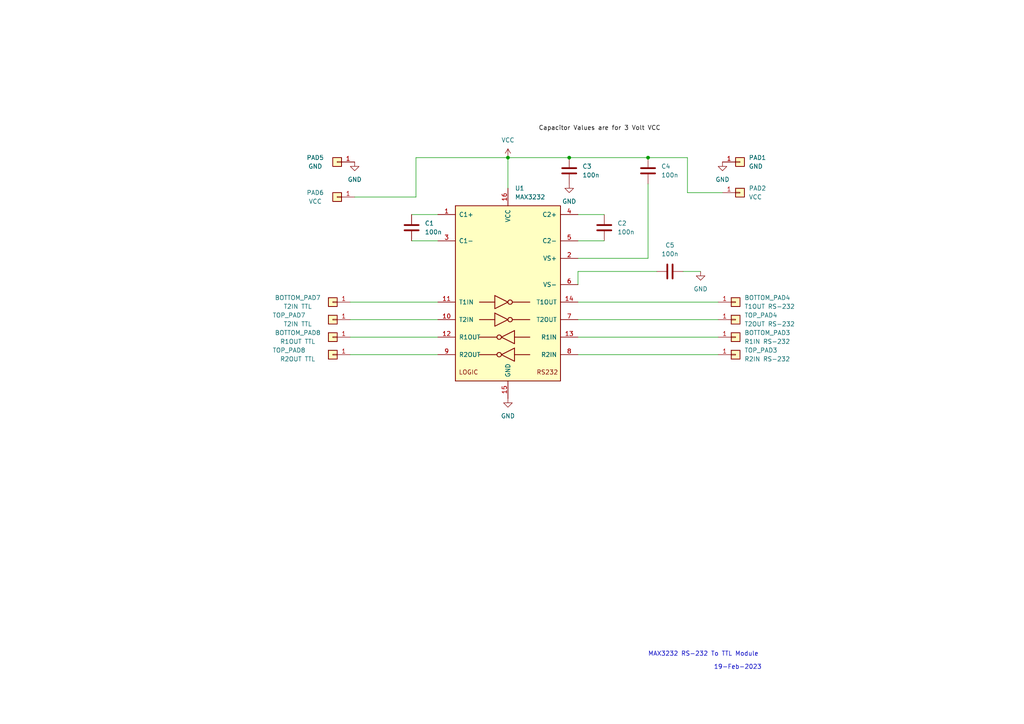
<source format=kicad_sch>
(kicad_sch (version 20211123) (generator eeschema)

  (uuid 27b614b7-651b-41ea-a90e-ca89e3f1a67d)

  (paper "A4")

  (lib_symbols
    (symbol "Connector_Generic:Conn_01x01" (pin_names (offset 1.016) hide) (in_bom yes) (on_board yes)
      (property "Reference" "J" (id 0) (at 0 2.54 0)
        (effects (font (size 1.27 1.27)))
      )
      (property "Value" "Conn_01x01" (id 1) (at 0 -2.54 0)
        (effects (font (size 1.27 1.27)))
      )
      (property "Footprint" "" (id 2) (at 0 0 0)
        (effects (font (size 1.27 1.27)) hide)
      )
      (property "Datasheet" "~" (id 3) (at 0 0 0)
        (effects (font (size 1.27 1.27)) hide)
      )
      (property "ki_keywords" "connector" (id 4) (at 0 0 0)
        (effects (font (size 1.27 1.27)) hide)
      )
      (property "ki_description" "Generic connector, single row, 01x01, script generated (kicad-library-utils/schlib/autogen/connector/)" (id 5) (at 0 0 0)
        (effects (font (size 1.27 1.27)) hide)
      )
      (property "ki_fp_filters" "Connector*:*_1x??_*" (id 6) (at 0 0 0)
        (effects (font (size 1.27 1.27)) hide)
      )
      (symbol "Conn_01x01_1_1"
        (rectangle (start -1.27 0.127) (end 0 -0.127)
          (stroke (width 0.1524) (type default) (color 0 0 0 0))
          (fill (type none))
        )
        (rectangle (start -1.27 1.27) (end 1.27 -1.27)
          (stroke (width 0.254) (type default) (color 0 0 0 0))
          (fill (type background))
        )
        (pin passive line (at -5.08 0 0) (length 3.81)
          (name "Pin_1" (effects (font (size 1.27 1.27))))
          (number "1" (effects (font (size 1.27 1.27))))
        )
      )
    )
    (symbol "Device:C" (pin_numbers hide) (pin_names (offset 0.254)) (in_bom yes) (on_board yes)
      (property "Reference" "C" (id 0) (at 0.635 2.54 0)
        (effects (font (size 1.27 1.27)) (justify left))
      )
      (property "Value" "C" (id 1) (at 0.635 -2.54 0)
        (effects (font (size 1.27 1.27)) (justify left))
      )
      (property "Footprint" "" (id 2) (at 0.9652 -3.81 0)
        (effects (font (size 1.27 1.27)) hide)
      )
      (property "Datasheet" "~" (id 3) (at 0 0 0)
        (effects (font (size 1.27 1.27)) hide)
      )
      (property "ki_keywords" "cap capacitor" (id 4) (at 0 0 0)
        (effects (font (size 1.27 1.27)) hide)
      )
      (property "ki_description" "Unpolarized capacitor" (id 5) (at 0 0 0)
        (effects (font (size 1.27 1.27)) hide)
      )
      (property "ki_fp_filters" "C_*" (id 6) (at 0 0 0)
        (effects (font (size 1.27 1.27)) hide)
      )
      (symbol "C_0_1"
        (polyline
          (pts
            (xy -2.032 -0.762)
            (xy 2.032 -0.762)
          )
          (stroke (width 0.508) (type default) (color 0 0 0 0))
          (fill (type none))
        )
        (polyline
          (pts
            (xy -2.032 0.762)
            (xy 2.032 0.762)
          )
          (stroke (width 0.508) (type default) (color 0 0 0 0))
          (fill (type none))
        )
      )
      (symbol "C_1_1"
        (pin passive line (at 0 3.81 270) (length 2.794)
          (name "~" (effects (font (size 1.27 1.27))))
          (number "1" (effects (font (size 1.27 1.27))))
        )
        (pin passive line (at 0 -3.81 90) (length 2.794)
          (name "~" (effects (font (size 1.27 1.27))))
          (number "2" (effects (font (size 1.27 1.27))))
        )
      )
    )
    (symbol "Interface_UART:MAX3232" (pin_names (offset 1.016)) (in_bom yes) (on_board yes)
      (property "Reference" "U" (id 0) (at -2.54 28.575 0)
        (effects (font (size 1.27 1.27)) (justify right))
      )
      (property "Value" "MAX3232" (id 1) (at -2.54 26.67 0)
        (effects (font (size 1.27 1.27)) (justify right))
      )
      (property "Footprint" "" (id 2) (at 1.27 -26.67 0)
        (effects (font (size 1.27 1.27)) (justify left) hide)
      )
      (property "Datasheet" "https://datasheets.maximintegrated.com/en/ds/MAX3222-MAX3241.pdf" (id 3) (at 0 2.54 0)
        (effects (font (size 1.27 1.27)) hide)
      )
      (property "ki_keywords" "rs232 uart transceiver line-driver" (id 4) (at 0 0 0)
        (effects (font (size 1.27 1.27)) hide)
      )
      (property "ki_description" "3.0V to 5.5V, Low-Power, up to 1Mbps, True RS-232 Transceivers Using Four 0.1μF External Capacitors" (id 5) (at 0 0 0)
        (effects (font (size 1.27 1.27)) hide)
      )
      (property "ki_fp_filters" "SOIC*P1.27mm* DIP*W7.62mm* TSSOP*4.4x5mm*P0.65mm*" (id 6) (at 0 0 0)
        (effects (font (size 1.27 1.27)) hide)
      )
      (symbol "MAX3232_0_0"
        (text "LOGIC" (at -11.43 -22.86 0)
          (effects (font (size 1.27 1.27)))
        )
        (text "RS232" (at 11.43 -22.86 0)
          (effects (font (size 1.27 1.27)))
        )
      )
      (symbol "MAX3232_0_1"
        (rectangle (start -15.24 -25.4) (end 15.24 25.4)
          (stroke (width 0.254) (type default) (color 0 0 0 0))
          (fill (type background))
        )
        (circle (center -2.54 -17.78) (radius 0.635)
          (stroke (width 0.254) (type default) (color 0 0 0 0))
          (fill (type none))
        )
        (circle (center -2.54 -12.7) (radius 0.635)
          (stroke (width 0.254) (type default) (color 0 0 0 0))
          (fill (type none))
        )
        (polyline
          (pts
            (xy -3.81 -7.62)
            (xy -8.255 -7.62)
          )
          (stroke (width 0.254) (type default) (color 0 0 0 0))
          (fill (type none))
        )
        (polyline
          (pts
            (xy -3.81 -2.54)
            (xy -8.255 -2.54)
          )
          (stroke (width 0.254) (type default) (color 0 0 0 0))
          (fill (type none))
        )
        (polyline
          (pts
            (xy -3.175 -17.78)
            (xy -8.255 -17.78)
          )
          (stroke (width 0.254) (type default) (color 0 0 0 0))
          (fill (type none))
        )
        (polyline
          (pts
            (xy -3.175 -12.7)
            (xy -8.255 -12.7)
          )
          (stroke (width 0.254) (type default) (color 0 0 0 0))
          (fill (type none))
        )
        (polyline
          (pts
            (xy 1.27 -7.62)
            (xy 6.35 -7.62)
          )
          (stroke (width 0.254) (type default) (color 0 0 0 0))
          (fill (type none))
        )
        (polyline
          (pts
            (xy 1.27 -2.54)
            (xy 6.35 -2.54)
          )
          (stroke (width 0.254) (type default) (color 0 0 0 0))
          (fill (type none))
        )
        (polyline
          (pts
            (xy 1.905 -17.78)
            (xy 6.35 -17.78)
          )
          (stroke (width 0.254) (type default) (color 0 0 0 0))
          (fill (type none))
        )
        (polyline
          (pts
            (xy 1.905 -12.7)
            (xy 6.35 -12.7)
          )
          (stroke (width 0.254) (type default) (color 0 0 0 0))
          (fill (type none))
        )
        (polyline
          (pts
            (xy -3.81 -5.715)
            (xy -3.81 -9.525)
            (xy 0 -7.62)
            (xy -3.81 -5.715)
          )
          (stroke (width 0.254) (type default) (color 0 0 0 0))
          (fill (type none))
        )
        (polyline
          (pts
            (xy -3.81 -0.635)
            (xy -3.81 -4.445)
            (xy 0 -2.54)
            (xy -3.81 -0.635)
          )
          (stroke (width 0.254) (type default) (color 0 0 0 0))
          (fill (type none))
        )
        (polyline
          (pts
            (xy 1.905 -15.875)
            (xy 1.905 -19.685)
            (xy -1.905 -17.78)
            (xy 1.905 -15.875)
          )
          (stroke (width 0.254) (type default) (color 0 0 0 0))
          (fill (type none))
        )
        (polyline
          (pts
            (xy 1.905 -10.795)
            (xy 1.905 -14.605)
            (xy -1.905 -12.7)
            (xy 1.905 -10.795)
          )
          (stroke (width 0.254) (type default) (color 0 0 0 0))
          (fill (type none))
        )
        (circle (center 0.635 -7.62) (radius 0.635)
          (stroke (width 0.254) (type default) (color 0 0 0 0))
          (fill (type none))
        )
        (circle (center 0.635 -2.54) (radius 0.635)
          (stroke (width 0.254) (type default) (color 0 0 0 0))
          (fill (type none))
        )
      )
      (symbol "MAX3232_1_1"
        (pin passive line (at -20.32 22.86 0) (length 5.08)
          (name "C1+" (effects (font (size 1.27 1.27))))
          (number "1" (effects (font (size 1.27 1.27))))
        )
        (pin input line (at -20.32 -7.62 0) (length 5.08)
          (name "T2IN" (effects (font (size 1.27 1.27))))
          (number "10" (effects (font (size 1.27 1.27))))
        )
        (pin input line (at -20.32 -2.54 0) (length 5.08)
          (name "T1IN" (effects (font (size 1.27 1.27))))
          (number "11" (effects (font (size 1.27 1.27))))
        )
        (pin output line (at -20.32 -12.7 0) (length 5.08)
          (name "R1OUT" (effects (font (size 1.27 1.27))))
          (number "12" (effects (font (size 1.27 1.27))))
        )
        (pin input line (at 20.32 -12.7 180) (length 5.08)
          (name "R1IN" (effects (font (size 1.27 1.27))))
          (number "13" (effects (font (size 1.27 1.27))))
        )
        (pin output line (at 20.32 -2.54 180) (length 5.08)
          (name "T1OUT" (effects (font (size 1.27 1.27))))
          (number "14" (effects (font (size 1.27 1.27))))
        )
        (pin power_in line (at 0 -30.48 90) (length 5.08)
          (name "GND" (effects (font (size 1.27 1.27))))
          (number "15" (effects (font (size 1.27 1.27))))
        )
        (pin power_in line (at 0 30.48 270) (length 5.08)
          (name "VCC" (effects (font (size 1.27 1.27))))
          (number "16" (effects (font (size 1.27 1.27))))
        )
        (pin power_out line (at 20.32 10.16 180) (length 5.08)
          (name "VS+" (effects (font (size 1.27 1.27))))
          (number "2" (effects (font (size 1.27 1.27))))
        )
        (pin passive line (at -20.32 15.24 0) (length 5.08)
          (name "C1-" (effects (font (size 1.27 1.27))))
          (number "3" (effects (font (size 1.27 1.27))))
        )
        (pin passive line (at 20.32 22.86 180) (length 5.08)
          (name "C2+" (effects (font (size 1.27 1.27))))
          (number "4" (effects (font (size 1.27 1.27))))
        )
        (pin passive line (at 20.32 15.24 180) (length 5.08)
          (name "C2-" (effects (font (size 1.27 1.27))))
          (number "5" (effects (font (size 1.27 1.27))))
        )
        (pin power_out line (at 20.32 2.54 180) (length 5.08)
          (name "VS-" (effects (font (size 1.27 1.27))))
          (number "6" (effects (font (size 1.27 1.27))))
        )
        (pin output line (at 20.32 -7.62 180) (length 5.08)
          (name "T2OUT" (effects (font (size 1.27 1.27))))
          (number "7" (effects (font (size 1.27 1.27))))
        )
        (pin input line (at 20.32 -17.78 180) (length 5.08)
          (name "R2IN" (effects (font (size 1.27 1.27))))
          (number "8" (effects (font (size 1.27 1.27))))
        )
        (pin output line (at -20.32 -17.78 0) (length 5.08)
          (name "R2OUT" (effects (font (size 1.27 1.27))))
          (number "9" (effects (font (size 1.27 1.27))))
        )
      )
    )
    (symbol "power:GND" (power) (pin_names (offset 0)) (in_bom yes) (on_board yes)
      (property "Reference" "#PWR" (id 0) (at 0 -6.35 0)
        (effects (font (size 1.27 1.27)) hide)
      )
      (property "Value" "GND" (id 1) (at 0 -3.81 0)
        (effects (font (size 1.27 1.27)))
      )
      (property "Footprint" "" (id 2) (at 0 0 0)
        (effects (font (size 1.27 1.27)) hide)
      )
      (property "Datasheet" "" (id 3) (at 0 0 0)
        (effects (font (size 1.27 1.27)) hide)
      )
      (property "ki_keywords" "global power" (id 4) (at 0 0 0)
        (effects (font (size 1.27 1.27)) hide)
      )
      (property "ki_description" "Power symbol creates a global label with name \"GND\" , ground" (id 5) (at 0 0 0)
        (effects (font (size 1.27 1.27)) hide)
      )
      (symbol "GND_0_1"
        (polyline
          (pts
            (xy 0 0)
            (xy 0 -1.27)
            (xy 1.27 -1.27)
            (xy 0 -2.54)
            (xy -1.27 -1.27)
            (xy 0 -1.27)
          )
          (stroke (width 0) (type default) (color 0 0 0 0))
          (fill (type none))
        )
      )
      (symbol "GND_1_1"
        (pin power_in line (at 0 0 270) (length 0) hide
          (name "GND" (effects (font (size 1.27 1.27))))
          (number "1" (effects (font (size 1.27 1.27))))
        )
      )
    )
    (symbol "power:VCC" (power) (pin_names (offset 0)) (in_bom yes) (on_board yes)
      (property "Reference" "#PWR" (id 0) (at 0 -3.81 0)
        (effects (font (size 1.27 1.27)) hide)
      )
      (property "Value" "VCC" (id 1) (at 0 3.81 0)
        (effects (font (size 1.27 1.27)))
      )
      (property "Footprint" "" (id 2) (at 0 0 0)
        (effects (font (size 1.27 1.27)) hide)
      )
      (property "Datasheet" "" (id 3) (at 0 0 0)
        (effects (font (size 1.27 1.27)) hide)
      )
      (property "ki_keywords" "global power" (id 4) (at 0 0 0)
        (effects (font (size 1.27 1.27)) hide)
      )
      (property "ki_description" "Power symbol creates a global label with name \"VCC\"" (id 5) (at 0 0 0)
        (effects (font (size 1.27 1.27)) hide)
      )
      (symbol "VCC_0_1"
        (polyline
          (pts
            (xy -0.762 1.27)
            (xy 0 2.54)
          )
          (stroke (width 0) (type default) (color 0 0 0 0))
          (fill (type none))
        )
        (polyline
          (pts
            (xy 0 0)
            (xy 0 2.54)
          )
          (stroke (width 0) (type default) (color 0 0 0 0))
          (fill (type none))
        )
        (polyline
          (pts
            (xy 0 2.54)
            (xy 0.762 1.27)
          )
          (stroke (width 0) (type default) (color 0 0 0 0))
          (fill (type none))
        )
      )
      (symbol "VCC_1_1"
        (pin power_in line (at 0 0 90) (length 0) hide
          (name "VCC" (effects (font (size 1.27 1.27))))
          (number "1" (effects (font (size 1.27 1.27))))
        )
      )
    )
  )

  (junction (at 165.1 45.72) (diameter 0) (color 0 0 0 0)
    (uuid 1446996e-6487-4346-b4ed-f2c2a8bd1855)
  )
  (junction (at 187.96 45.72) (diameter 0) (color 0 0 0 0)
    (uuid 6269a588-2967-44ec-b778-7ccd90380bb7)
  )
  (junction (at 147.32 45.72) (diameter 0) (color 0 0 0 0)
    (uuid f448ed61-c465-4761-9864-c8d25eb5e395)
  )

  (wire (pts (xy 147.32 45.72) (xy 165.1 45.72))
    (stroke (width 0) (type default) (color 0 0 0 0))
    (uuid 0b9a2b4b-61ac-4982-b945-f8d039fea562)
  )
  (wire (pts (xy 147.32 54.61) (xy 147.32 45.72))
    (stroke (width 0) (type default) (color 0 0 0 0))
    (uuid 1aa6d85c-e467-4220-885a-45c3daa8535a)
  )
  (wire (pts (xy 167.64 87.63) (xy 208.28 87.63))
    (stroke (width 0) (type default) (color 0 0 0 0))
    (uuid 24cab545-da8a-43d3-a1d3-bbd2d0ad1797)
  )
  (wire (pts (xy 101.6 92.71) (xy 127 92.71))
    (stroke (width 0) (type default) (color 0 0 0 0))
    (uuid 2709e111-1ed6-4750-867c-c121278c42ae)
  )
  (wire (pts (xy 167.64 82.55) (xy 167.64 78.74))
    (stroke (width 0) (type default) (color 0 0 0 0))
    (uuid 321894c0-00bb-459f-8e97-91c2ede3853e)
  )
  (wire (pts (xy 199.39 55.88) (xy 199.39 45.72))
    (stroke (width 0) (type default) (color 0 0 0 0))
    (uuid 60cbe50b-5c59-41d3-880e-634bda975254)
  )
  (wire (pts (xy 119.38 69.85) (xy 127 69.85))
    (stroke (width 0) (type default) (color 0 0 0 0))
    (uuid 65b37930-3445-4a7c-861a-137b86af34a7)
  )
  (wire (pts (xy 167.64 97.79) (xy 208.28 97.79))
    (stroke (width 0) (type default) (color 0 0 0 0))
    (uuid 6a96c73b-5d22-4cac-a622-e72d283049c1)
  )
  (wire (pts (xy 199.39 45.72) (xy 187.96 45.72))
    (stroke (width 0) (type default) (color 0 0 0 0))
    (uuid 767685e6-9e0f-4208-966e-c82fe9c6aaef)
  )
  (wire (pts (xy 187.96 74.93) (xy 187.96 53.34))
    (stroke (width 0) (type default) (color 0 0 0 0))
    (uuid 8aaa77ef-59bf-4607-9534-c4ded7789b30)
  )
  (wire (pts (xy 101.6 97.79) (xy 127 97.79))
    (stroke (width 0) (type default) (color 0 0 0 0))
    (uuid 96251a95-8bf2-4c1c-9c82-0e7285c3e22c)
  )
  (wire (pts (xy 101.6 102.87) (xy 127 102.87))
    (stroke (width 0) (type default) (color 0 0 0 0))
    (uuid 99c7ce4c-0179-483e-adc8-bbd536ed3f95)
  )
  (wire (pts (xy 167.64 74.93) (xy 187.96 74.93))
    (stroke (width 0) (type default) (color 0 0 0 0))
    (uuid 9c10b668-b45b-4043-bb22-687a7f21b2ad)
  )
  (wire (pts (xy 167.64 92.71) (xy 208.28 92.71))
    (stroke (width 0) (type default) (color 0 0 0 0))
    (uuid 9f939b53-aa92-48c6-9ac7-2e2ddc0b6167)
  )
  (wire (pts (xy 120.65 45.72) (xy 147.32 45.72))
    (stroke (width 0) (type default) (color 0 0 0 0))
    (uuid a7ae1c93-8ddf-46bf-8e47-deb050e6d53c)
  )
  (wire (pts (xy 198.12 78.74) (xy 203.2 78.74))
    (stroke (width 0) (type default) (color 0 0 0 0))
    (uuid a8256a46-f426-4252-8c0b-b9fed42a26db)
  )
  (wire (pts (xy 209.55 55.88) (xy 199.39 55.88))
    (stroke (width 0) (type default) (color 0 0 0 0))
    (uuid b717901e-7bc9-4bc3-95e6-2189cd065542)
  )
  (wire (pts (xy 101.6 87.63) (xy 127 87.63))
    (stroke (width 0) (type default) (color 0 0 0 0))
    (uuid c2f796c6-6892-4ca4-87c1-9f4906a48ecd)
  )
  (wire (pts (xy 167.64 78.74) (xy 190.5 78.74))
    (stroke (width 0) (type default) (color 0 0 0 0))
    (uuid d9810f95-cb34-49f1-8d96-c14c7c69dd0e)
  )
  (wire (pts (xy 120.65 57.15) (xy 120.65 45.72))
    (stroke (width 0) (type default) (color 0 0 0 0))
    (uuid dc69994a-0364-4b34-9d01-2c935d332f9a)
  )
  (wire (pts (xy 167.64 62.23) (xy 175.26 62.23))
    (stroke (width 0) (type default) (color 0 0 0 0))
    (uuid e9b2f758-da31-488d-8b2a-3234cd487282)
  )
  (wire (pts (xy 167.64 69.85) (xy 175.26 69.85))
    (stroke (width 0) (type default) (color 0 0 0 0))
    (uuid ec9458f3-8a88-4cea-a665-e50e074e8f15)
  )
  (wire (pts (xy 119.38 62.23) (xy 127 62.23))
    (stroke (width 0) (type default) (color 0 0 0 0))
    (uuid f3a1a912-fc02-4334-856d-57b4293f2087)
  )
  (wire (pts (xy 167.64 102.87) (xy 208.28 102.87))
    (stroke (width 0) (type default) (color 0 0 0 0))
    (uuid f3e96102-0daf-432b-9a10-290a9d9c551e)
  )
  (wire (pts (xy 102.87 57.15) (xy 120.65 57.15))
    (stroke (width 0) (type default) (color 0 0 0 0))
    (uuid f5a4e020-9e8a-4620-9fc0-3be7e19a5802)
  )
  (wire (pts (xy 165.1 45.72) (xy 187.96 45.72))
    (stroke (width 0) (type default) (color 0 0 0 0))
    (uuid f730e2e7-57dc-4cde-8d85-3976922e4756)
  )

  (text "MAX3232 RS-232 To TTL Module" (at 187.96 190.5 0)
    (effects (font (size 1.27 1.27)) (justify left bottom))
    (uuid 76fd5f59-b09c-4e8b-b4a7-27fef7be389f)
  )
  (text "19-Feb-2023" (at 207.01 194.31 0)
    (effects (font (size 1.27 1.27)) (justify left bottom))
    (uuid a2aabf9e-eb6a-49a3-82ae-ebd60fda2499)
  )

  (label "Capacitor Values are for 3 Volt VCC" (at 156.21 38.1 0)
    (effects (font (size 1.27 1.27)) (justify left bottom))
    (uuid 1fc87382-6019-48ab-b4df-1c50792b7f9d)
  )

  (symbol (lib_id "Connector_Generic:Conn_01x01") (at 213.36 87.63 0) (unit 1)
    (in_bom yes) (on_board yes) (fields_autoplaced)
    (uuid 00888d4e-53d7-4703-9bc0-bef65fbe22ea)
    (property "Reference" "BOTTOM_PAD4" (id 0) (at 215.9 86.3599 0)
      (effects (font (size 1.27 1.27)) (justify left))
    )
    (property "Value" "T1OUT RS-232" (id 1) (at 215.9 88.8999 0)
      (effects (font (size 1.27 1.27)) (justify left))
    )
    (property "Footprint" "" (id 2) (at 213.36 87.63 0)
      (effects (font (size 1.27 1.27)) hide)
    )
    (property "Datasheet" "~" (id 3) (at 213.36 87.63 0)
      (effects (font (size 1.27 1.27)) hide)
    )
    (pin "1" (uuid 03cd682d-bc1c-4f73-9cc0-50de5068f56c))
  )

  (symbol (lib_id "Connector_Generic:Conn_01x01") (at 96.52 92.71 0) (mirror y) (unit 1)
    (in_bom yes) (on_board yes)
    (uuid 0d67c158-8e86-4b2f-bb50-b941938037d5)
    (property "Reference" "TOP_PAD7" (id 0) (at 83.82 91.44 0))
    (property "Value" "T2IN TTL" (id 1) (at 86.36 93.98 0))
    (property "Footprint" "" (id 2) (at 96.52 92.71 0)
      (effects (font (size 1.27 1.27)) hide)
    )
    (property "Datasheet" "~" (id 3) (at 96.52 92.71 0)
      (effects (font (size 1.27 1.27)) hide)
    )
    (pin "1" (uuid 875d4fb7-5646-461d-a17a-d272e08a1f35))
  )

  (symbol (lib_id "Connector_Generic:Conn_01x01") (at 214.63 55.88 0) (unit 1)
    (in_bom yes) (on_board yes) (fields_autoplaced)
    (uuid 149fcb08-33f3-4ba1-b9ab-070e7488a1be)
    (property "Reference" "PAD2" (id 0) (at 217.17 54.6099 0)
      (effects (font (size 1.27 1.27)) (justify left))
    )
    (property "Value" "VCC" (id 1) (at 217.17 57.1499 0)
      (effects (font (size 1.27 1.27)) (justify left))
    )
    (property "Footprint" "" (id 2) (at 214.63 55.88 0)
      (effects (font (size 1.27 1.27)) hide)
    )
    (property "Datasheet" "~" (id 3) (at 214.63 55.88 0)
      (effects (font (size 1.27 1.27)) hide)
    )
    (pin "1" (uuid c3e73ade-7bcd-43b3-9c20-4f2682887fec))
  )

  (symbol (lib_id "Device:C") (at 194.31 78.74 270) (unit 1)
    (in_bom yes) (on_board yes) (fields_autoplaced)
    (uuid 17c9cecc-3d1b-4019-a547-871cf6671f6d)
    (property "Reference" "C5" (id 0) (at 194.31 71.12 90))
    (property "Value" "100n" (id 1) (at 194.31 73.66 90))
    (property "Footprint" "" (id 2) (at 190.5 79.7052 0)
      (effects (font (size 1.27 1.27)) hide)
    )
    (property "Datasheet" "~" (id 3) (at 194.31 78.74 0)
      (effects (font (size 1.27 1.27)) hide)
    )
    (pin "1" (uuid 9854e316-7db6-4566-9e8f-15cc0dbc474d))
    (pin "2" (uuid bbac708f-9a65-44f8-8294-b67221a2cd1a))
  )

  (symbol (lib_id "power:GND") (at 209.55 46.99 0) (unit 1)
    (in_bom yes) (on_board yes) (fields_autoplaced)
    (uuid 26455420-7bac-44e5-bbd8-5758726b6073)
    (property "Reference" "#PWR0104" (id 0) (at 209.55 53.34 0)
      (effects (font (size 1.27 1.27)) hide)
    )
    (property "Value" "GND" (id 1) (at 209.55 52.07 0))
    (property "Footprint" "" (id 2) (at 209.55 46.99 0)
      (effects (font (size 1.27 1.27)) hide)
    )
    (property "Datasheet" "" (id 3) (at 209.55 46.99 0)
      (effects (font (size 1.27 1.27)) hide)
    )
    (pin "1" (uuid a8969710-21ab-41e1-bcb8-0717df171d8b))
  )

  (symbol (lib_id "Connector_Generic:Conn_01x01") (at 97.79 46.99 0) (mirror y) (unit 1)
    (in_bom yes) (on_board yes)
    (uuid 39293277-9020-4748-a1ea-dfe7adc7e4a4)
    (property "Reference" "PAD5" (id 0) (at 91.44 45.72 0))
    (property "Value" "GND" (id 1) (at 91.44 48.26 0))
    (property "Footprint" "" (id 2) (at 97.79 46.99 0)
      (effects (font (size 1.27 1.27)) hide)
    )
    (property "Datasheet" "~" (id 3) (at 97.79 46.99 0)
      (effects (font (size 1.27 1.27)) hide)
    )
    (pin "1" (uuid 76072d80-3d35-452f-9a55-f74692893bbb))
  )

  (symbol (lib_id "power:VCC") (at 147.32 45.72 0) (unit 1)
    (in_bom yes) (on_board yes) (fields_autoplaced)
    (uuid 4758fe1f-052e-4be5-ac17-d9af855d158f)
    (property "Reference" "#PWR0105" (id 0) (at 147.32 49.53 0)
      (effects (font (size 1.27 1.27)) hide)
    )
    (property "Value" "VCC" (id 1) (at 147.32 40.64 0))
    (property "Footprint" "" (id 2) (at 147.32 45.72 0)
      (effects (font (size 1.27 1.27)) hide)
    )
    (property "Datasheet" "" (id 3) (at 147.32 45.72 0)
      (effects (font (size 1.27 1.27)) hide)
    )
    (pin "1" (uuid 5c4b9db9-16f0-4761-bd66-aea1030ba86b))
  )

  (symbol (lib_id "Connector_Generic:Conn_01x01") (at 214.63 46.99 0) (unit 1)
    (in_bom yes) (on_board yes) (fields_autoplaced)
    (uuid 56e23dce-1a4e-4b33-9f50-26bb1ed474a4)
    (property "Reference" "PAD1" (id 0) (at 217.17 45.7199 0)
      (effects (font (size 1.27 1.27)) (justify left))
    )
    (property "Value" "GND" (id 1) (at 217.17 48.2599 0)
      (effects (font (size 1.27 1.27)) (justify left))
    )
    (property "Footprint" "" (id 2) (at 214.63 46.99 0)
      (effects (font (size 1.27 1.27)) hide)
    )
    (property "Datasheet" "~" (id 3) (at 214.63 46.99 0)
      (effects (font (size 1.27 1.27)) hide)
    )
    (pin "1" (uuid 3bd53afc-d4dc-48ac-999d-4dad7e1ea2ba))
  )

  (symbol (lib_id "power:GND") (at 203.2 78.74 0) (unit 1)
    (in_bom yes) (on_board yes) (fields_autoplaced)
    (uuid 75132fde-73a4-4a88-996e-457486008f50)
    (property "Reference" "#PWR0103" (id 0) (at 203.2 85.09 0)
      (effects (font (size 1.27 1.27)) hide)
    )
    (property "Value" "GND" (id 1) (at 203.2 83.82 0))
    (property "Footprint" "" (id 2) (at 203.2 78.74 0)
      (effects (font (size 1.27 1.27)) hide)
    )
    (property "Datasheet" "" (id 3) (at 203.2 78.74 0)
      (effects (font (size 1.27 1.27)) hide)
    )
    (pin "1" (uuid 5d29cc5f-1cf4-40f0-b9ec-7d390395893d))
  )

  (symbol (lib_id "Device:C") (at 119.38 66.04 0) (unit 1)
    (in_bom yes) (on_board yes) (fields_autoplaced)
    (uuid 79fd593b-b019-409d-afaa-f57bfda77b8f)
    (property "Reference" "C1" (id 0) (at 123.19 64.7699 0)
      (effects (font (size 1.27 1.27)) (justify left))
    )
    (property "Value" "100n" (id 1) (at 123.19 67.3099 0)
      (effects (font (size 1.27 1.27)) (justify left))
    )
    (property "Footprint" "" (id 2) (at 120.3452 69.85 0)
      (effects (font (size 1.27 1.27)) hide)
    )
    (property "Datasheet" "~" (id 3) (at 119.38 66.04 0)
      (effects (font (size 1.27 1.27)) hide)
    )
    (pin "1" (uuid 0f9b2a9f-9d2c-4625-a78a-8b9856c99096))
    (pin "2" (uuid b8305e5a-8663-4b70-942d-6f44af231f59))
  )

  (symbol (lib_id "Connector_Generic:Conn_01x01") (at 213.36 102.87 0) (unit 1)
    (in_bom yes) (on_board yes) (fields_autoplaced)
    (uuid 7d37d400-f8d4-4abe-9750-14e29a21233b)
    (property "Reference" "TOP_PAD3" (id 0) (at 215.9 101.5999 0)
      (effects (font (size 1.27 1.27)) (justify left))
    )
    (property "Value" "R2IN RS-232" (id 1) (at 215.9 104.1399 0)
      (effects (font (size 1.27 1.27)) (justify left))
    )
    (property "Footprint" "" (id 2) (at 213.36 102.87 0)
      (effects (font (size 1.27 1.27)) hide)
    )
    (property "Datasheet" "~" (id 3) (at 213.36 102.87 0)
      (effects (font (size 1.27 1.27)) hide)
    )
    (pin "1" (uuid a67adb24-a6c4-424e-9dcd-84db7f94e787))
  )

  (symbol (lib_id "Device:C") (at 175.26 66.04 0) (unit 1)
    (in_bom yes) (on_board yes) (fields_autoplaced)
    (uuid 87d01606-7d9f-40d4-ada2-e856ab4d6684)
    (property "Reference" "C2" (id 0) (at 179.07 64.7699 0)
      (effects (font (size 1.27 1.27)) (justify left))
    )
    (property "Value" "100n" (id 1) (at 179.07 67.3099 0)
      (effects (font (size 1.27 1.27)) (justify left))
    )
    (property "Footprint" "" (id 2) (at 176.2252 69.85 0)
      (effects (font (size 1.27 1.27)) hide)
    )
    (property "Datasheet" "~" (id 3) (at 175.26 66.04 0)
      (effects (font (size 1.27 1.27)) hide)
    )
    (pin "1" (uuid c1bdc8ac-963c-44b0-a1d9-1553539ef4ca))
    (pin "2" (uuid 92c28730-05d0-47c2-a807-40870a2aa0c0))
  )

  (symbol (lib_id "power:GND") (at 165.1 53.34 0) (unit 1)
    (in_bom yes) (on_board yes) (fields_autoplaced)
    (uuid 8c62c665-9398-42d4-bbbd-525fe06fcfe3)
    (property "Reference" "#PWR0102" (id 0) (at 165.1 59.69 0)
      (effects (font (size 1.27 1.27)) hide)
    )
    (property "Value" "GND" (id 1) (at 165.1 58.42 0))
    (property "Footprint" "" (id 2) (at 165.1 53.34 0)
      (effects (font (size 1.27 1.27)) hide)
    )
    (property "Datasheet" "" (id 3) (at 165.1 53.34 0)
      (effects (font (size 1.27 1.27)) hide)
    )
    (pin "1" (uuid 64bc7418-2172-4646-80f1-39bc08def4a6))
  )

  (symbol (lib_id "Connector_Generic:Conn_01x01") (at 97.79 57.15 0) (mirror y) (unit 1)
    (in_bom yes) (on_board yes)
    (uuid 8ec9e1f8-2ec6-487b-94bb-cfa2d8c71abb)
    (property "Reference" "PAD6" (id 0) (at 91.44 55.88 0))
    (property "Value" "VCC" (id 1) (at 91.44 58.42 0))
    (property "Footprint" "" (id 2) (at 97.79 57.15 0)
      (effects (font (size 1.27 1.27)) hide)
    )
    (property "Datasheet" "~" (id 3) (at 97.79 57.15 0)
      (effects (font (size 1.27 1.27)) hide)
    )
    (pin "1" (uuid ffb44f76-06fe-4d74-9fd1-e6a11bc214d1))
  )

  (symbol (lib_id "Connector_Generic:Conn_01x01") (at 213.36 92.71 0) (unit 1)
    (in_bom yes) (on_board yes) (fields_autoplaced)
    (uuid 8f60b7f2-af7b-4f0c-a282-ec4a3c89cc07)
    (property "Reference" "TOP_PAD4" (id 0) (at 215.9 91.4399 0)
      (effects (font (size 1.27 1.27)) (justify left))
    )
    (property "Value" "T2OUT RS-232" (id 1) (at 215.9 93.9799 0)
      (effects (font (size 1.27 1.27)) (justify left))
    )
    (property "Footprint" "" (id 2) (at 213.36 92.71 0)
      (effects (font (size 1.27 1.27)) hide)
    )
    (property "Datasheet" "~" (id 3) (at 213.36 92.71 0)
      (effects (font (size 1.27 1.27)) hide)
    )
    (pin "1" (uuid 3ded064c-5025-44d2-ab58-1fbc88cacd6f))
  )

  (symbol (lib_id "Interface_UART:MAX3232") (at 147.32 85.09 0) (unit 1)
    (in_bom yes) (on_board yes) (fields_autoplaced)
    (uuid 9670abfc-434a-4748-a35b-42622cfa83a0)
    (property "Reference" "U1" (id 0) (at 149.3394 54.61 0)
      (effects (font (size 1.27 1.27)) (justify left))
    )
    (property "Value" "MAX3232" (id 1) (at 149.3394 57.15 0)
      (effects (font (size 1.27 1.27)) (justify left))
    )
    (property "Footprint" "" (id 2) (at 148.59 111.76 0)
      (effects (font (size 1.27 1.27)) (justify left) hide)
    )
    (property "Datasheet" "https://datasheets.maximintegrated.com/en/ds/MAX3222-MAX3241.pdf" (id 3) (at 147.32 82.55 0)
      (effects (font (size 1.27 1.27)) hide)
    )
    (pin "1" (uuid 4ef67c10-7c2c-4fc0-99f2-fc3e3fd08b71))
    (pin "10" (uuid 317a1f7a-52da-44ae-a6e6-520aebd5f163))
    (pin "11" (uuid 21f6fd85-43a3-42c7-9db6-10920494b0bd))
    (pin "12" (uuid b9ddd473-7110-410b-b488-7a2da36444ae))
    (pin "13" (uuid c29f0cdd-2214-4f6d-869e-051a7ffc16b7))
    (pin "14" (uuid ee33c817-bdaa-480a-b237-b0bf67ab56e2))
    (pin "15" (uuid 2ae4c34d-8f9e-4f60-911a-4412a35957c6))
    (pin "16" (uuid 7528f77e-36ce-47c0-be6c-eaac32a32bc8))
    (pin "2" (uuid 3fedae19-1a36-4262-b89b-41b45d359284))
    (pin "3" (uuid 33733861-bc54-4008-9f85-6bb6c26b45ac))
    (pin "4" (uuid 86c514ef-e756-422f-8b3d-c7e373c7a189))
    (pin "5" (uuid 30234ba0-8e6c-4724-a64a-44923f17417a))
    (pin "6" (uuid eb94b6ca-b0dd-437a-9e52-f51d5e412afc))
    (pin "7" (uuid 763ccd85-34b4-412c-b9ed-668ab79fa83e))
    (pin "8" (uuid fbc4cc4c-0020-4b74-aefe-f2b21a87e382))
    (pin "9" (uuid 375cbe66-c660-4dce-af22-fa46d3ccafb7))
  )

  (symbol (lib_id "Connector_Generic:Conn_01x01") (at 96.52 102.87 0) (mirror y) (unit 1)
    (in_bom yes) (on_board yes)
    (uuid b5890c41-c5f0-4e81-acb7-e2c7bdd2a03d)
    (property "Reference" "TOP_PAD8" (id 0) (at 83.82 101.6 0))
    (property "Value" "R2OUT TTL" (id 1) (at 86.36 104.14 0))
    (property "Footprint" "" (id 2) (at 96.52 102.87 0)
      (effects (font (size 1.27 1.27)) hide)
    )
    (property "Datasheet" "~" (id 3) (at 96.52 102.87 0)
      (effects (font (size 1.27 1.27)) hide)
    )
    (pin "1" (uuid 93ab63ad-fbd7-4c77-8565-a7d9927bc22b))
  )

  (symbol (lib_id "Connector_Generic:Conn_01x01") (at 213.36 97.79 0) (unit 1)
    (in_bom yes) (on_board yes) (fields_autoplaced)
    (uuid c2fbffb8-ad10-448b-8d54-32dd0354b181)
    (property "Reference" "BOTTOM_PAD3" (id 0) (at 215.9 96.5199 0)
      (effects (font (size 1.27 1.27)) (justify left))
    )
    (property "Value" "R1IN RS-232" (id 1) (at 215.9 99.0599 0)
      (effects (font (size 1.27 1.27)) (justify left))
    )
    (property "Footprint" "" (id 2) (at 213.36 97.79 0)
      (effects (font (size 1.27 1.27)) hide)
    )
    (property "Datasheet" "~" (id 3) (at 213.36 97.79 0)
      (effects (font (size 1.27 1.27)) hide)
    )
    (pin "1" (uuid ea91a574-b4a7-4d6b-8d99-89742c3dc8c9))
  )

  (symbol (lib_id "power:GND") (at 147.32 115.57 0) (unit 1)
    (in_bom yes) (on_board yes) (fields_autoplaced)
    (uuid c3d4a198-05f3-44fc-b247-589bd5b61c87)
    (property "Reference" "#PWR0101" (id 0) (at 147.32 121.92 0)
      (effects (font (size 1.27 1.27)) hide)
    )
    (property "Value" "GND" (id 1) (at 147.32 120.65 0))
    (property "Footprint" "" (id 2) (at 147.32 115.57 0)
      (effects (font (size 1.27 1.27)) hide)
    )
    (property "Datasheet" "" (id 3) (at 147.32 115.57 0)
      (effects (font (size 1.27 1.27)) hide)
    )
    (pin "1" (uuid 28b6738b-8a7a-4288-8c72-12fd0756a035))
  )

  (symbol (lib_id "power:GND") (at 102.87 46.99 0) (unit 1)
    (in_bom yes) (on_board yes) (fields_autoplaced)
    (uuid c4bd51dd-94f0-4f18-ba71-d4eda15eb438)
    (property "Reference" "#PWR0106" (id 0) (at 102.87 53.34 0)
      (effects (font (size 1.27 1.27)) hide)
    )
    (property "Value" "GND" (id 1) (at 102.87 52.07 0))
    (property "Footprint" "" (id 2) (at 102.87 46.99 0)
      (effects (font (size 1.27 1.27)) hide)
    )
    (property "Datasheet" "" (id 3) (at 102.87 46.99 0)
      (effects (font (size 1.27 1.27)) hide)
    )
    (pin "1" (uuid c56b9e37-e9f9-4463-97b7-16aca7ecbcd0))
  )

  (symbol (lib_id "Connector_Generic:Conn_01x01") (at 96.52 97.79 0) (mirror y) (unit 1)
    (in_bom yes) (on_board yes)
    (uuid e8b1b24d-8a70-435d-ba02-786aaad18b3d)
    (property "Reference" "BOTTOM_PAD8" (id 0) (at 86.36 96.52 0))
    (property "Value" "R1OUT TTL" (id 1) (at 86.36 99.06 0))
    (property "Footprint" "" (id 2) (at 96.52 97.79 0)
      (effects (font (size 1.27 1.27)) hide)
    )
    (property "Datasheet" "~" (id 3) (at 96.52 97.79 0)
      (effects (font (size 1.27 1.27)) hide)
    )
    (pin "1" (uuid 6db2cd0c-2730-4fa3-8471-12d208fc568e))
  )

  (symbol (lib_id "Device:C") (at 165.1 49.53 0) (unit 1)
    (in_bom yes) (on_board yes) (fields_autoplaced)
    (uuid f1deebe9-cf62-4a8f-9532-2b24b0114264)
    (property "Reference" "C3" (id 0) (at 168.91 48.2599 0)
      (effects (font (size 1.27 1.27)) (justify left))
    )
    (property "Value" "100n" (id 1) (at 168.91 50.7999 0)
      (effects (font (size 1.27 1.27)) (justify left))
    )
    (property "Footprint" "" (id 2) (at 166.0652 53.34 0)
      (effects (font (size 1.27 1.27)) hide)
    )
    (property "Datasheet" "~" (id 3) (at 165.1 49.53 0)
      (effects (font (size 1.27 1.27)) hide)
    )
    (pin "1" (uuid 3c9d7786-c30b-48e0-9077-b7f3b5d002fa))
    (pin "2" (uuid 428209d2-b5bd-4821-8c93-07659f7e35ae))
  )

  (symbol (lib_id "Device:C") (at 187.96 49.53 0) (unit 1)
    (in_bom yes) (on_board yes) (fields_autoplaced)
    (uuid f674b17f-fdcd-4a3a-a607-1a83409ddaff)
    (property "Reference" "C4" (id 0) (at 191.77 48.2599 0)
      (effects (font (size 1.27 1.27)) (justify left))
    )
    (property "Value" "100n" (id 1) (at 191.77 50.7999 0)
      (effects (font (size 1.27 1.27)) (justify left))
    )
    (property "Footprint" "" (id 2) (at 188.9252 53.34 0)
      (effects (font (size 1.27 1.27)) hide)
    )
    (property "Datasheet" "~" (id 3) (at 187.96 49.53 0)
      (effects (font (size 1.27 1.27)) hide)
    )
    (pin "1" (uuid ecd00be1-f64d-4ec1-a3de-547806f8fa66))
    (pin "2" (uuid ec407f07-c77a-46b5-893c-6ce229aab9af))
  )

  (symbol (lib_id "Connector_Generic:Conn_01x01") (at 96.52 87.63 0) (mirror y) (unit 1)
    (in_bom yes) (on_board yes)
    (uuid f6bc4b0a-2446-412c-bdef-2aed77bef9ef)
    (property "Reference" "BOTTOM_PAD7" (id 0) (at 86.36 86.36 0))
    (property "Value" "T2IN TTL" (id 1) (at 86.36 88.9 0))
    (property "Footprint" "" (id 2) (at 96.52 87.63 0)
      (effects (font (size 1.27 1.27)) hide)
    )
    (property "Datasheet" "~" (id 3) (at 96.52 87.63 0)
      (effects (font (size 1.27 1.27)) hide)
    )
    (pin "1" (uuid 13c1a96c-828c-4b26-a9fc-ca70d77e813b))
  )

  (sheet_instances
    (path "/" (page "1"))
  )

  (symbol_instances
    (path "/c3d4a198-05f3-44fc-b247-589bd5b61c87"
      (reference "#PWR0101") (unit 1) (value "GND") (footprint "")
    )
    (path "/8c62c665-9398-42d4-bbbd-525fe06fcfe3"
      (reference "#PWR0102") (unit 1) (value "GND") (footprint "")
    )
    (path "/75132fde-73a4-4a88-996e-457486008f50"
      (reference "#PWR0103") (unit 1) (value "GND") (footprint "")
    )
    (path "/26455420-7bac-44e5-bbd8-5758726b6073"
      (reference "#PWR0104") (unit 1) (value "GND") (footprint "")
    )
    (path "/4758fe1f-052e-4be5-ac17-d9af855d158f"
      (reference "#PWR0105") (unit 1) (value "VCC") (footprint "")
    )
    (path "/c4bd51dd-94f0-4f18-ba71-d4eda15eb438"
      (reference "#PWR0106") (unit 1) (value "GND") (footprint "")
    )
    (path "/c2fbffb8-ad10-448b-8d54-32dd0354b181"
      (reference "BOTTOM_PAD3") (unit 1) (value "R1IN RS-232") (footprint "")
    )
    (path "/00888d4e-53d7-4703-9bc0-bef65fbe22ea"
      (reference "BOTTOM_PAD4") (unit 1) (value "T1OUT RS-232") (footprint "")
    )
    (path "/f6bc4b0a-2446-412c-bdef-2aed77bef9ef"
      (reference "BOTTOM_PAD7") (unit 1) (value "T2IN TTL") (footprint "")
    )
    (path "/e8b1b24d-8a70-435d-ba02-786aaad18b3d"
      (reference "BOTTOM_PAD8") (unit 1) (value "R1OUT TTL") (footprint "")
    )
    (path "/79fd593b-b019-409d-afaa-f57bfda77b8f"
      (reference "C1") (unit 1) (value "100n") (footprint "")
    )
    (path "/87d01606-7d9f-40d4-ada2-e856ab4d6684"
      (reference "C2") (unit 1) (value "100n") (footprint "")
    )
    (path "/f1deebe9-cf62-4a8f-9532-2b24b0114264"
      (reference "C3") (unit 1) (value "100n") (footprint "")
    )
    (path "/f674b17f-fdcd-4a3a-a607-1a83409ddaff"
      (reference "C4") (unit 1) (value "100n") (footprint "")
    )
    (path "/17c9cecc-3d1b-4019-a547-871cf6671f6d"
      (reference "C5") (unit 1) (value "100n") (footprint "")
    )
    (path "/56e23dce-1a4e-4b33-9f50-26bb1ed474a4"
      (reference "PAD1") (unit 1) (value "GND") (footprint "")
    )
    (path "/149fcb08-33f3-4ba1-b9ab-070e7488a1be"
      (reference "PAD2") (unit 1) (value "VCC") (footprint "")
    )
    (path "/39293277-9020-4748-a1ea-dfe7adc7e4a4"
      (reference "PAD5") (unit 1) (value "GND") (footprint "")
    )
    (path "/8ec9e1f8-2ec6-487b-94bb-cfa2d8c71abb"
      (reference "PAD6") (unit 1) (value "VCC") (footprint "")
    )
    (path "/7d37d400-f8d4-4abe-9750-14e29a21233b"
      (reference "TOP_PAD3") (unit 1) (value "R2IN RS-232") (footprint "")
    )
    (path "/8f60b7f2-af7b-4f0c-a282-ec4a3c89cc07"
      (reference "TOP_PAD4") (unit 1) (value "T2OUT RS-232") (footprint "")
    )
    (path "/0d67c158-8e86-4b2f-bb50-b941938037d5"
      (reference "TOP_PAD7") (unit 1) (value "T2IN TTL") (footprint "")
    )
    (path "/b5890c41-c5f0-4e81-acb7-e2c7bdd2a03d"
      (reference "TOP_PAD8") (unit 1) (value "R2OUT TTL") (footprint "")
    )
    (path "/9670abfc-434a-4748-a35b-42622cfa83a0"
      (reference "U1") (unit 1) (value "MAX3232") (footprint "")
    )
  )
)

</source>
